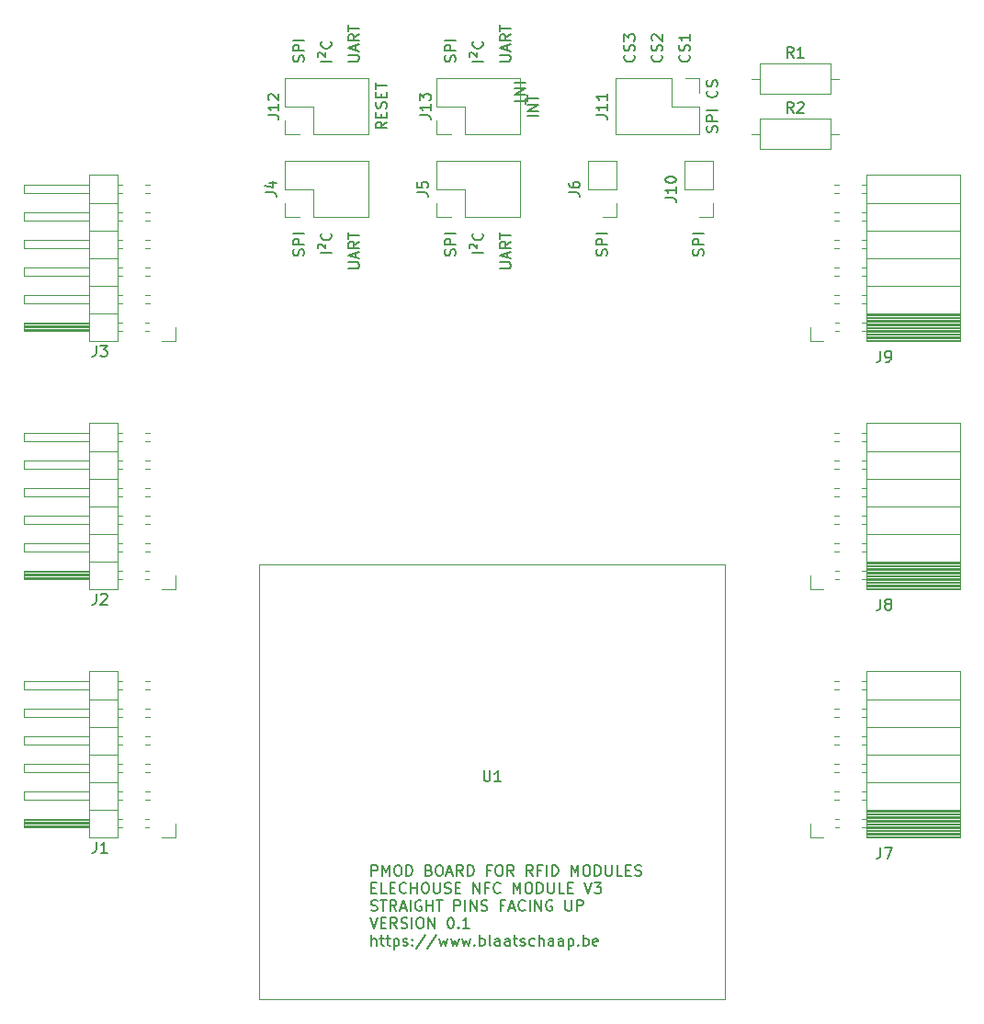
<source format=gbr>
%TF.GenerationSoftware,KiCad,Pcbnew,(6.0.1)*%
%TF.CreationDate,2022-02-02T16:30:55+01:00*%
%TF.ProjectId,modules_board,6d6f6475-6c65-4735-9f62-6f6172642e6b,rev?*%
%TF.SameCoordinates,Original*%
%TF.FileFunction,Legend,Top*%
%TF.FilePolarity,Positive*%
%FSLAX46Y46*%
G04 Gerber Fmt 4.6, Leading zero omitted, Abs format (unit mm)*
G04 Created by KiCad (PCBNEW (6.0.1)) date 2022-02-02 16:30:55*
%MOMM*%
%LPD*%
G01*
G04 APERTURE LIST*
%ADD10C,0.150000*%
%ADD11C,0.120000*%
G04 APERTURE END LIST*
D10*
X79192380Y-49194404D02*
X78192380Y-49194404D01*
X77954285Y-48765833D02*
X77906666Y-48670595D01*
X77906666Y-48527738D01*
X77954285Y-48432500D01*
X78049523Y-48384880D01*
X78144761Y-48384880D01*
X78240000Y-48432500D01*
X78573333Y-48765833D01*
X78573333Y-48384880D01*
X79097142Y-47384880D02*
X79144761Y-47432500D01*
X79192380Y-47575357D01*
X79192380Y-47670595D01*
X79144761Y-47813452D01*
X79049523Y-47908690D01*
X78954285Y-47956309D01*
X78763809Y-48003928D01*
X78620952Y-48003928D01*
X78430476Y-47956309D01*
X78335238Y-47908690D01*
X78240000Y-47813452D01*
X78192380Y-47670595D01*
X78192380Y-47575357D01*
X78240000Y-47432500D01*
X78287619Y-47384880D01*
X80732380Y-49194404D02*
X81541904Y-49194404D01*
X81637142Y-49146785D01*
X81684761Y-49099166D01*
X81732380Y-49003928D01*
X81732380Y-48813452D01*
X81684761Y-48718214D01*
X81637142Y-48670595D01*
X81541904Y-48622976D01*
X80732380Y-48622976D01*
X81446666Y-48194404D02*
X81446666Y-47718214D01*
X81732380Y-48289642D02*
X80732380Y-47956309D01*
X81732380Y-47622976D01*
X81732380Y-46718214D02*
X81256190Y-47051547D01*
X81732380Y-47289642D02*
X80732380Y-47289642D01*
X80732380Y-46908690D01*
X80780000Y-46813452D01*
X80827619Y-46765833D01*
X80922857Y-46718214D01*
X81065714Y-46718214D01*
X81160952Y-46765833D01*
X81208571Y-46813452D01*
X81256190Y-46908690D01*
X81256190Y-47289642D01*
X80732380Y-46432500D02*
X80732380Y-45861071D01*
X81732380Y-46146785D02*
X80732380Y-46146785D01*
X113434761Y-67105595D02*
X113482380Y-66962738D01*
X113482380Y-66724642D01*
X113434761Y-66629404D01*
X113387142Y-66581785D01*
X113291904Y-66534166D01*
X113196666Y-66534166D01*
X113101428Y-66581785D01*
X113053809Y-66629404D01*
X113006190Y-66724642D01*
X112958571Y-66915119D01*
X112910952Y-67010357D01*
X112863333Y-67057976D01*
X112768095Y-67105595D01*
X112672857Y-67105595D01*
X112577619Y-67057976D01*
X112530000Y-67010357D01*
X112482380Y-66915119D01*
X112482380Y-66677023D01*
X112530000Y-66534166D01*
X113482380Y-66105595D02*
X112482380Y-66105595D01*
X112482380Y-65724642D01*
X112530000Y-65629404D01*
X112577619Y-65581785D01*
X112672857Y-65534166D01*
X112815714Y-65534166D01*
X112910952Y-65581785D01*
X112958571Y-65629404D01*
X113006190Y-65724642D01*
X113006190Y-66105595D01*
X113482380Y-65105595D02*
X112482380Y-65105595D01*
X80732380Y-68296071D02*
X81541904Y-68296071D01*
X81637142Y-68248452D01*
X81684761Y-68200833D01*
X81732380Y-68105595D01*
X81732380Y-67915119D01*
X81684761Y-67819880D01*
X81637142Y-67772261D01*
X81541904Y-67724642D01*
X80732380Y-67724642D01*
X81446666Y-67296071D02*
X81446666Y-66819880D01*
X81732380Y-67391309D02*
X80732380Y-67057976D01*
X81732380Y-66724642D01*
X81732380Y-65819880D02*
X81256190Y-66153214D01*
X81732380Y-66391309D02*
X80732380Y-66391309D01*
X80732380Y-66010357D01*
X80780000Y-65915119D01*
X80827619Y-65867500D01*
X80922857Y-65819880D01*
X81065714Y-65819880D01*
X81160952Y-65867500D01*
X81208571Y-65915119D01*
X81256190Y-66010357D01*
X81256190Y-66391309D01*
X80732380Y-65534166D02*
X80732380Y-64962738D01*
X81732380Y-65248452D02*
X80732380Y-65248452D01*
X90574761Y-67105595D02*
X90622380Y-66962738D01*
X90622380Y-66724642D01*
X90574761Y-66629404D01*
X90527142Y-66581785D01*
X90431904Y-66534166D01*
X90336666Y-66534166D01*
X90241428Y-66581785D01*
X90193809Y-66629404D01*
X90146190Y-66724642D01*
X90098571Y-66915119D01*
X90050952Y-67010357D01*
X90003333Y-67057976D01*
X89908095Y-67105595D01*
X89812857Y-67105595D01*
X89717619Y-67057976D01*
X89670000Y-67010357D01*
X89622380Y-66915119D01*
X89622380Y-66677023D01*
X89670000Y-66534166D01*
X90622380Y-66105595D02*
X89622380Y-66105595D01*
X89622380Y-65724642D01*
X89670000Y-65629404D01*
X89717619Y-65581785D01*
X89812857Y-65534166D01*
X89955714Y-65534166D01*
X90050952Y-65581785D01*
X90098571Y-65629404D01*
X90146190Y-65724642D01*
X90146190Y-66105595D01*
X90622380Y-65105595D02*
X89622380Y-65105595D01*
X84272380Y-54792380D02*
X83796190Y-55125714D01*
X84272380Y-55363809D02*
X83272380Y-55363809D01*
X83272380Y-54982857D01*
X83320000Y-54887619D01*
X83367619Y-54840000D01*
X83462857Y-54792380D01*
X83605714Y-54792380D01*
X83700952Y-54840000D01*
X83748571Y-54887619D01*
X83796190Y-54982857D01*
X83796190Y-55363809D01*
X83748571Y-54363809D02*
X83748571Y-54030476D01*
X84272380Y-53887619D02*
X84272380Y-54363809D01*
X83272380Y-54363809D01*
X83272380Y-53887619D01*
X84224761Y-53506666D02*
X84272380Y-53363809D01*
X84272380Y-53125714D01*
X84224761Y-53030476D01*
X84177142Y-52982857D01*
X84081904Y-52935238D01*
X83986666Y-52935238D01*
X83891428Y-52982857D01*
X83843809Y-53030476D01*
X83796190Y-53125714D01*
X83748571Y-53316190D01*
X83700952Y-53411428D01*
X83653333Y-53459047D01*
X83558095Y-53506666D01*
X83462857Y-53506666D01*
X83367619Y-53459047D01*
X83320000Y-53411428D01*
X83272380Y-53316190D01*
X83272380Y-53078095D01*
X83320000Y-52935238D01*
X83748571Y-52506666D02*
X83748571Y-52173333D01*
X84272380Y-52030476D02*
X84272380Y-52506666D01*
X83272380Y-52506666D01*
X83272380Y-52030476D01*
X83272380Y-51744761D02*
X83272380Y-51173333D01*
X84272380Y-51459047D02*
X83272380Y-51459047D01*
X114704761Y-55720952D02*
X114752380Y-55578095D01*
X114752380Y-55340000D01*
X114704761Y-55244761D01*
X114657142Y-55197142D01*
X114561904Y-55149523D01*
X114466666Y-55149523D01*
X114371428Y-55197142D01*
X114323809Y-55244761D01*
X114276190Y-55340000D01*
X114228571Y-55530476D01*
X114180952Y-55625714D01*
X114133333Y-55673333D01*
X114038095Y-55720952D01*
X113942857Y-55720952D01*
X113847619Y-55673333D01*
X113800000Y-55625714D01*
X113752380Y-55530476D01*
X113752380Y-55292380D01*
X113800000Y-55149523D01*
X114752380Y-54720952D02*
X113752380Y-54720952D01*
X113752380Y-54340000D01*
X113800000Y-54244761D01*
X113847619Y-54197142D01*
X113942857Y-54149523D01*
X114085714Y-54149523D01*
X114180952Y-54197142D01*
X114228571Y-54244761D01*
X114276190Y-54340000D01*
X114276190Y-54720952D01*
X114752380Y-53720952D02*
X113752380Y-53720952D01*
X114657142Y-51911428D02*
X114704761Y-51959047D01*
X114752380Y-52101904D01*
X114752380Y-52197142D01*
X114704761Y-52340000D01*
X114609523Y-52435238D01*
X114514285Y-52482857D01*
X114323809Y-52530476D01*
X114180952Y-52530476D01*
X113990476Y-52482857D01*
X113895238Y-52435238D01*
X113800000Y-52340000D01*
X113752380Y-52197142D01*
X113752380Y-52101904D01*
X113800000Y-51959047D01*
X113847619Y-51911428D01*
X114704761Y-51530476D02*
X114752380Y-51387619D01*
X114752380Y-51149523D01*
X114704761Y-51054285D01*
X114657142Y-51006666D01*
X114561904Y-50959047D01*
X114466666Y-50959047D01*
X114371428Y-51006666D01*
X114323809Y-51054285D01*
X114276190Y-51149523D01*
X114228571Y-51340000D01*
X114180952Y-51435238D01*
X114133333Y-51482857D01*
X114038095Y-51530476D01*
X113942857Y-51530476D01*
X113847619Y-51482857D01*
X113800000Y-51435238D01*
X113752380Y-51340000D01*
X113752380Y-51101904D01*
X113800000Y-50959047D01*
X79192380Y-66867500D02*
X78192380Y-66867500D01*
X77954285Y-66438928D02*
X77906666Y-66343690D01*
X77906666Y-66200833D01*
X77954285Y-66105595D01*
X78049523Y-66057976D01*
X78144761Y-66057976D01*
X78240000Y-66105595D01*
X78573333Y-66438928D01*
X78573333Y-66057976D01*
X79097142Y-65057976D02*
X79144761Y-65105595D01*
X79192380Y-65248452D01*
X79192380Y-65343690D01*
X79144761Y-65486547D01*
X79049523Y-65581785D01*
X78954285Y-65629404D01*
X78763809Y-65677023D01*
X78620952Y-65677023D01*
X78430476Y-65629404D01*
X78335238Y-65581785D01*
X78240000Y-65486547D01*
X78192380Y-65343690D01*
X78192380Y-65248452D01*
X78240000Y-65105595D01*
X78287619Y-65057976D01*
X93162380Y-66867500D02*
X92162380Y-66867500D01*
X91924285Y-66438928D02*
X91876666Y-66343690D01*
X91876666Y-66200833D01*
X91924285Y-66105595D01*
X92019523Y-66057976D01*
X92114761Y-66057976D01*
X92210000Y-66105595D01*
X92543333Y-66438928D01*
X92543333Y-66057976D01*
X93067142Y-65057976D02*
X93114761Y-65105595D01*
X93162380Y-65248452D01*
X93162380Y-65343690D01*
X93114761Y-65486547D01*
X93019523Y-65581785D01*
X92924285Y-65629404D01*
X92733809Y-65677023D01*
X92590952Y-65677023D01*
X92400476Y-65629404D01*
X92305238Y-65581785D01*
X92210000Y-65486547D01*
X92162380Y-65343690D01*
X92162380Y-65248452D01*
X92210000Y-65105595D01*
X92257619Y-65057976D01*
X94702380Y-49194404D02*
X95511904Y-49194404D01*
X95607142Y-49146785D01*
X95654761Y-49099166D01*
X95702380Y-49003928D01*
X95702380Y-48813452D01*
X95654761Y-48718214D01*
X95607142Y-48670595D01*
X95511904Y-48622976D01*
X94702380Y-48622976D01*
X95416666Y-48194404D02*
X95416666Y-47718214D01*
X95702380Y-48289642D02*
X94702380Y-47956309D01*
X95702380Y-47622976D01*
X95702380Y-46718214D02*
X95226190Y-47051547D01*
X95702380Y-47289642D02*
X94702380Y-47289642D01*
X94702380Y-46908690D01*
X94750000Y-46813452D01*
X94797619Y-46765833D01*
X94892857Y-46718214D01*
X95035714Y-46718214D01*
X95130952Y-46765833D01*
X95178571Y-46813452D01*
X95226190Y-46908690D01*
X95226190Y-47289642D01*
X94702380Y-46432500D02*
X94702380Y-45861071D01*
X95702380Y-46146785D02*
X94702380Y-46146785D01*
X90574761Y-49242023D02*
X90622380Y-49099166D01*
X90622380Y-48861071D01*
X90574761Y-48765833D01*
X90527142Y-48718214D01*
X90431904Y-48670595D01*
X90336666Y-48670595D01*
X90241428Y-48718214D01*
X90193809Y-48765833D01*
X90146190Y-48861071D01*
X90098571Y-49051547D01*
X90050952Y-49146785D01*
X90003333Y-49194404D01*
X89908095Y-49242023D01*
X89812857Y-49242023D01*
X89717619Y-49194404D01*
X89670000Y-49146785D01*
X89622380Y-49051547D01*
X89622380Y-48813452D01*
X89670000Y-48670595D01*
X90622380Y-48242023D02*
X89622380Y-48242023D01*
X89622380Y-47861071D01*
X89670000Y-47765833D01*
X89717619Y-47718214D01*
X89812857Y-47670595D01*
X89955714Y-47670595D01*
X90050952Y-47718214D01*
X90098571Y-47765833D01*
X90146190Y-47861071D01*
X90146190Y-48242023D01*
X90622380Y-47242023D02*
X89622380Y-47242023D01*
X82885595Y-124232380D02*
X82885595Y-123232380D01*
X83266547Y-123232380D01*
X83361785Y-123280000D01*
X83409404Y-123327619D01*
X83457023Y-123422857D01*
X83457023Y-123565714D01*
X83409404Y-123660952D01*
X83361785Y-123708571D01*
X83266547Y-123756190D01*
X82885595Y-123756190D01*
X83885595Y-124232380D02*
X83885595Y-123232380D01*
X84218928Y-123946666D01*
X84552261Y-123232380D01*
X84552261Y-124232380D01*
X85218928Y-123232380D02*
X85409404Y-123232380D01*
X85504642Y-123280000D01*
X85599880Y-123375238D01*
X85647500Y-123565714D01*
X85647500Y-123899047D01*
X85599880Y-124089523D01*
X85504642Y-124184761D01*
X85409404Y-124232380D01*
X85218928Y-124232380D01*
X85123690Y-124184761D01*
X85028452Y-124089523D01*
X84980833Y-123899047D01*
X84980833Y-123565714D01*
X85028452Y-123375238D01*
X85123690Y-123280000D01*
X85218928Y-123232380D01*
X86076071Y-124232380D02*
X86076071Y-123232380D01*
X86314166Y-123232380D01*
X86457023Y-123280000D01*
X86552261Y-123375238D01*
X86599880Y-123470476D01*
X86647500Y-123660952D01*
X86647500Y-123803809D01*
X86599880Y-123994285D01*
X86552261Y-124089523D01*
X86457023Y-124184761D01*
X86314166Y-124232380D01*
X86076071Y-124232380D01*
X88171309Y-123708571D02*
X88314166Y-123756190D01*
X88361785Y-123803809D01*
X88409404Y-123899047D01*
X88409404Y-124041904D01*
X88361785Y-124137142D01*
X88314166Y-124184761D01*
X88218928Y-124232380D01*
X87837976Y-124232380D01*
X87837976Y-123232380D01*
X88171309Y-123232380D01*
X88266547Y-123280000D01*
X88314166Y-123327619D01*
X88361785Y-123422857D01*
X88361785Y-123518095D01*
X88314166Y-123613333D01*
X88266547Y-123660952D01*
X88171309Y-123708571D01*
X87837976Y-123708571D01*
X89028452Y-123232380D02*
X89218928Y-123232380D01*
X89314166Y-123280000D01*
X89409404Y-123375238D01*
X89457023Y-123565714D01*
X89457023Y-123899047D01*
X89409404Y-124089523D01*
X89314166Y-124184761D01*
X89218928Y-124232380D01*
X89028452Y-124232380D01*
X88933214Y-124184761D01*
X88837976Y-124089523D01*
X88790357Y-123899047D01*
X88790357Y-123565714D01*
X88837976Y-123375238D01*
X88933214Y-123280000D01*
X89028452Y-123232380D01*
X89837976Y-123946666D02*
X90314166Y-123946666D01*
X89742738Y-124232380D02*
X90076071Y-123232380D01*
X90409404Y-124232380D01*
X91314166Y-124232380D02*
X90980833Y-123756190D01*
X90742738Y-124232380D02*
X90742738Y-123232380D01*
X91123690Y-123232380D01*
X91218928Y-123280000D01*
X91266547Y-123327619D01*
X91314166Y-123422857D01*
X91314166Y-123565714D01*
X91266547Y-123660952D01*
X91218928Y-123708571D01*
X91123690Y-123756190D01*
X90742738Y-123756190D01*
X91742738Y-124232380D02*
X91742738Y-123232380D01*
X91980833Y-123232380D01*
X92123690Y-123280000D01*
X92218928Y-123375238D01*
X92266547Y-123470476D01*
X92314166Y-123660952D01*
X92314166Y-123803809D01*
X92266547Y-123994285D01*
X92218928Y-124089523D01*
X92123690Y-124184761D01*
X91980833Y-124232380D01*
X91742738Y-124232380D01*
X93837976Y-123708571D02*
X93504642Y-123708571D01*
X93504642Y-124232380D02*
X93504642Y-123232380D01*
X93980833Y-123232380D01*
X94552261Y-123232380D02*
X94742738Y-123232380D01*
X94837976Y-123280000D01*
X94933214Y-123375238D01*
X94980833Y-123565714D01*
X94980833Y-123899047D01*
X94933214Y-124089523D01*
X94837976Y-124184761D01*
X94742738Y-124232380D01*
X94552261Y-124232380D01*
X94457023Y-124184761D01*
X94361785Y-124089523D01*
X94314166Y-123899047D01*
X94314166Y-123565714D01*
X94361785Y-123375238D01*
X94457023Y-123280000D01*
X94552261Y-123232380D01*
X95980833Y-124232380D02*
X95647500Y-123756190D01*
X95409404Y-124232380D02*
X95409404Y-123232380D01*
X95790357Y-123232380D01*
X95885595Y-123280000D01*
X95933214Y-123327619D01*
X95980833Y-123422857D01*
X95980833Y-123565714D01*
X95933214Y-123660952D01*
X95885595Y-123708571D01*
X95790357Y-123756190D01*
X95409404Y-123756190D01*
X97742738Y-124232380D02*
X97409404Y-123756190D01*
X97171309Y-124232380D02*
X97171309Y-123232380D01*
X97552261Y-123232380D01*
X97647500Y-123280000D01*
X97695119Y-123327619D01*
X97742738Y-123422857D01*
X97742738Y-123565714D01*
X97695119Y-123660952D01*
X97647500Y-123708571D01*
X97552261Y-123756190D01*
X97171309Y-123756190D01*
X98504642Y-123708571D02*
X98171309Y-123708571D01*
X98171309Y-124232380D02*
X98171309Y-123232380D01*
X98647500Y-123232380D01*
X99028452Y-124232380D02*
X99028452Y-123232380D01*
X99504642Y-124232380D02*
X99504642Y-123232380D01*
X99742738Y-123232380D01*
X99885595Y-123280000D01*
X99980833Y-123375238D01*
X100028452Y-123470476D01*
X100076071Y-123660952D01*
X100076071Y-123803809D01*
X100028452Y-123994285D01*
X99980833Y-124089523D01*
X99885595Y-124184761D01*
X99742738Y-124232380D01*
X99504642Y-124232380D01*
X101266547Y-124232380D02*
X101266547Y-123232380D01*
X101599880Y-123946666D01*
X101933214Y-123232380D01*
X101933214Y-124232380D01*
X102599880Y-123232380D02*
X102790357Y-123232380D01*
X102885595Y-123280000D01*
X102980833Y-123375238D01*
X103028452Y-123565714D01*
X103028452Y-123899047D01*
X102980833Y-124089523D01*
X102885595Y-124184761D01*
X102790357Y-124232380D01*
X102599880Y-124232380D01*
X102504642Y-124184761D01*
X102409404Y-124089523D01*
X102361785Y-123899047D01*
X102361785Y-123565714D01*
X102409404Y-123375238D01*
X102504642Y-123280000D01*
X102599880Y-123232380D01*
X103457023Y-124232380D02*
X103457023Y-123232380D01*
X103695119Y-123232380D01*
X103837976Y-123280000D01*
X103933214Y-123375238D01*
X103980833Y-123470476D01*
X104028452Y-123660952D01*
X104028452Y-123803809D01*
X103980833Y-123994285D01*
X103933214Y-124089523D01*
X103837976Y-124184761D01*
X103695119Y-124232380D01*
X103457023Y-124232380D01*
X104457023Y-123232380D02*
X104457023Y-124041904D01*
X104504642Y-124137142D01*
X104552261Y-124184761D01*
X104647500Y-124232380D01*
X104837976Y-124232380D01*
X104933214Y-124184761D01*
X104980833Y-124137142D01*
X105028452Y-124041904D01*
X105028452Y-123232380D01*
X105980833Y-124232380D02*
X105504642Y-124232380D01*
X105504642Y-123232380D01*
X106314166Y-123708571D02*
X106647500Y-123708571D01*
X106790357Y-124232380D02*
X106314166Y-124232380D01*
X106314166Y-123232380D01*
X106790357Y-123232380D01*
X107171309Y-124184761D02*
X107314166Y-124232380D01*
X107552261Y-124232380D01*
X107647500Y-124184761D01*
X107695119Y-124137142D01*
X107742738Y-124041904D01*
X107742738Y-123946666D01*
X107695119Y-123851428D01*
X107647500Y-123803809D01*
X107552261Y-123756190D01*
X107361785Y-123708571D01*
X107266547Y-123660952D01*
X107218928Y-123613333D01*
X107171309Y-123518095D01*
X107171309Y-123422857D01*
X107218928Y-123327619D01*
X107266547Y-123280000D01*
X107361785Y-123232380D01*
X107599880Y-123232380D01*
X107742738Y-123280000D01*
X82885595Y-125318571D02*
X83218928Y-125318571D01*
X83361785Y-125842380D02*
X82885595Y-125842380D01*
X82885595Y-124842380D01*
X83361785Y-124842380D01*
X84266547Y-125842380D02*
X83790357Y-125842380D01*
X83790357Y-124842380D01*
X84599880Y-125318571D02*
X84933214Y-125318571D01*
X85076071Y-125842380D02*
X84599880Y-125842380D01*
X84599880Y-124842380D01*
X85076071Y-124842380D01*
X86076071Y-125747142D02*
X86028452Y-125794761D01*
X85885595Y-125842380D01*
X85790357Y-125842380D01*
X85647500Y-125794761D01*
X85552261Y-125699523D01*
X85504642Y-125604285D01*
X85457023Y-125413809D01*
X85457023Y-125270952D01*
X85504642Y-125080476D01*
X85552261Y-124985238D01*
X85647500Y-124890000D01*
X85790357Y-124842380D01*
X85885595Y-124842380D01*
X86028452Y-124890000D01*
X86076071Y-124937619D01*
X86504642Y-125842380D02*
X86504642Y-124842380D01*
X86504642Y-125318571D02*
X87076071Y-125318571D01*
X87076071Y-125842380D02*
X87076071Y-124842380D01*
X87742738Y-124842380D02*
X87933214Y-124842380D01*
X88028452Y-124890000D01*
X88123690Y-124985238D01*
X88171309Y-125175714D01*
X88171309Y-125509047D01*
X88123690Y-125699523D01*
X88028452Y-125794761D01*
X87933214Y-125842380D01*
X87742738Y-125842380D01*
X87647500Y-125794761D01*
X87552261Y-125699523D01*
X87504642Y-125509047D01*
X87504642Y-125175714D01*
X87552261Y-124985238D01*
X87647500Y-124890000D01*
X87742738Y-124842380D01*
X88599880Y-124842380D02*
X88599880Y-125651904D01*
X88647500Y-125747142D01*
X88695119Y-125794761D01*
X88790357Y-125842380D01*
X88980833Y-125842380D01*
X89076071Y-125794761D01*
X89123690Y-125747142D01*
X89171309Y-125651904D01*
X89171309Y-124842380D01*
X89599880Y-125794761D02*
X89742738Y-125842380D01*
X89980833Y-125842380D01*
X90076071Y-125794761D01*
X90123690Y-125747142D01*
X90171309Y-125651904D01*
X90171309Y-125556666D01*
X90123690Y-125461428D01*
X90076071Y-125413809D01*
X89980833Y-125366190D01*
X89790357Y-125318571D01*
X89695119Y-125270952D01*
X89647500Y-125223333D01*
X89599880Y-125128095D01*
X89599880Y-125032857D01*
X89647500Y-124937619D01*
X89695119Y-124890000D01*
X89790357Y-124842380D01*
X90028452Y-124842380D01*
X90171309Y-124890000D01*
X90599880Y-125318571D02*
X90933214Y-125318571D01*
X91076071Y-125842380D02*
X90599880Y-125842380D01*
X90599880Y-124842380D01*
X91076071Y-124842380D01*
X92266547Y-125842380D02*
X92266547Y-124842380D01*
X92837976Y-125842380D01*
X92837976Y-124842380D01*
X93647500Y-125318571D02*
X93314166Y-125318571D01*
X93314166Y-125842380D02*
X93314166Y-124842380D01*
X93790357Y-124842380D01*
X94742738Y-125747142D02*
X94695119Y-125794761D01*
X94552261Y-125842380D01*
X94457023Y-125842380D01*
X94314166Y-125794761D01*
X94218928Y-125699523D01*
X94171309Y-125604285D01*
X94123690Y-125413809D01*
X94123690Y-125270952D01*
X94171309Y-125080476D01*
X94218928Y-124985238D01*
X94314166Y-124890000D01*
X94457023Y-124842380D01*
X94552261Y-124842380D01*
X94695119Y-124890000D01*
X94742738Y-124937619D01*
X95933214Y-125842380D02*
X95933214Y-124842380D01*
X96266547Y-125556666D01*
X96599880Y-124842380D01*
X96599880Y-125842380D01*
X97266547Y-124842380D02*
X97457023Y-124842380D01*
X97552261Y-124890000D01*
X97647500Y-124985238D01*
X97695119Y-125175714D01*
X97695119Y-125509047D01*
X97647500Y-125699523D01*
X97552261Y-125794761D01*
X97457023Y-125842380D01*
X97266547Y-125842380D01*
X97171309Y-125794761D01*
X97076071Y-125699523D01*
X97028452Y-125509047D01*
X97028452Y-125175714D01*
X97076071Y-124985238D01*
X97171309Y-124890000D01*
X97266547Y-124842380D01*
X98123690Y-125842380D02*
X98123690Y-124842380D01*
X98361785Y-124842380D01*
X98504642Y-124890000D01*
X98599880Y-124985238D01*
X98647500Y-125080476D01*
X98695119Y-125270952D01*
X98695119Y-125413809D01*
X98647500Y-125604285D01*
X98599880Y-125699523D01*
X98504642Y-125794761D01*
X98361785Y-125842380D01*
X98123690Y-125842380D01*
X99123690Y-124842380D02*
X99123690Y-125651904D01*
X99171309Y-125747142D01*
X99218928Y-125794761D01*
X99314166Y-125842380D01*
X99504642Y-125842380D01*
X99599880Y-125794761D01*
X99647500Y-125747142D01*
X99695119Y-125651904D01*
X99695119Y-124842380D01*
X100647500Y-125842380D02*
X100171309Y-125842380D01*
X100171309Y-124842380D01*
X100980833Y-125318571D02*
X101314166Y-125318571D01*
X101457023Y-125842380D02*
X100980833Y-125842380D01*
X100980833Y-124842380D01*
X101457023Y-124842380D01*
X102504642Y-124842380D02*
X102837976Y-125842380D01*
X103171309Y-124842380D01*
X103409404Y-124842380D02*
X104028452Y-124842380D01*
X103695119Y-125223333D01*
X103837976Y-125223333D01*
X103933214Y-125270952D01*
X103980833Y-125318571D01*
X104028452Y-125413809D01*
X104028452Y-125651904D01*
X103980833Y-125747142D01*
X103933214Y-125794761D01*
X103837976Y-125842380D01*
X103552261Y-125842380D01*
X103457023Y-125794761D01*
X103409404Y-125747142D01*
X82837976Y-127404761D02*
X82980833Y-127452380D01*
X83218928Y-127452380D01*
X83314166Y-127404761D01*
X83361785Y-127357142D01*
X83409404Y-127261904D01*
X83409404Y-127166666D01*
X83361785Y-127071428D01*
X83314166Y-127023809D01*
X83218928Y-126976190D01*
X83028452Y-126928571D01*
X82933214Y-126880952D01*
X82885595Y-126833333D01*
X82837976Y-126738095D01*
X82837976Y-126642857D01*
X82885595Y-126547619D01*
X82933214Y-126500000D01*
X83028452Y-126452380D01*
X83266547Y-126452380D01*
X83409404Y-126500000D01*
X83695119Y-126452380D02*
X84266547Y-126452380D01*
X83980833Y-127452380D02*
X83980833Y-126452380D01*
X85171309Y-127452380D02*
X84837976Y-126976190D01*
X84599880Y-127452380D02*
X84599880Y-126452380D01*
X84980833Y-126452380D01*
X85076071Y-126500000D01*
X85123690Y-126547619D01*
X85171309Y-126642857D01*
X85171309Y-126785714D01*
X85123690Y-126880952D01*
X85076071Y-126928571D01*
X84980833Y-126976190D01*
X84599880Y-126976190D01*
X85552261Y-127166666D02*
X86028452Y-127166666D01*
X85457023Y-127452380D02*
X85790357Y-126452380D01*
X86123690Y-127452380D01*
X86457023Y-127452380D02*
X86457023Y-126452380D01*
X87457023Y-126500000D02*
X87361785Y-126452380D01*
X87218928Y-126452380D01*
X87076071Y-126500000D01*
X86980833Y-126595238D01*
X86933214Y-126690476D01*
X86885595Y-126880952D01*
X86885595Y-127023809D01*
X86933214Y-127214285D01*
X86980833Y-127309523D01*
X87076071Y-127404761D01*
X87218928Y-127452380D01*
X87314166Y-127452380D01*
X87457023Y-127404761D01*
X87504642Y-127357142D01*
X87504642Y-127023809D01*
X87314166Y-127023809D01*
X87933214Y-127452380D02*
X87933214Y-126452380D01*
X87933214Y-126928571D02*
X88504642Y-126928571D01*
X88504642Y-127452380D02*
X88504642Y-126452380D01*
X88837976Y-126452380D02*
X89409404Y-126452380D01*
X89123690Y-127452380D02*
X89123690Y-126452380D01*
X90504642Y-127452380D02*
X90504642Y-126452380D01*
X90885595Y-126452380D01*
X90980833Y-126500000D01*
X91028452Y-126547619D01*
X91076071Y-126642857D01*
X91076071Y-126785714D01*
X91028452Y-126880952D01*
X90980833Y-126928571D01*
X90885595Y-126976190D01*
X90504642Y-126976190D01*
X91504642Y-127452380D02*
X91504642Y-126452380D01*
X91980833Y-127452380D02*
X91980833Y-126452380D01*
X92552261Y-127452380D01*
X92552261Y-126452380D01*
X92980833Y-127404761D02*
X93123690Y-127452380D01*
X93361785Y-127452380D01*
X93457023Y-127404761D01*
X93504642Y-127357142D01*
X93552261Y-127261904D01*
X93552261Y-127166666D01*
X93504642Y-127071428D01*
X93457023Y-127023809D01*
X93361785Y-126976190D01*
X93171309Y-126928571D01*
X93076071Y-126880952D01*
X93028452Y-126833333D01*
X92980833Y-126738095D01*
X92980833Y-126642857D01*
X93028452Y-126547619D01*
X93076071Y-126500000D01*
X93171309Y-126452380D01*
X93409404Y-126452380D01*
X93552261Y-126500000D01*
X95076071Y-126928571D02*
X94742738Y-126928571D01*
X94742738Y-127452380D02*
X94742738Y-126452380D01*
X95218928Y-126452380D01*
X95552261Y-127166666D02*
X96028452Y-127166666D01*
X95457023Y-127452380D02*
X95790357Y-126452380D01*
X96123690Y-127452380D01*
X97028452Y-127357142D02*
X96980833Y-127404761D01*
X96837976Y-127452380D01*
X96742738Y-127452380D01*
X96599880Y-127404761D01*
X96504642Y-127309523D01*
X96457023Y-127214285D01*
X96409404Y-127023809D01*
X96409404Y-126880952D01*
X96457023Y-126690476D01*
X96504642Y-126595238D01*
X96599880Y-126500000D01*
X96742738Y-126452380D01*
X96837976Y-126452380D01*
X96980833Y-126500000D01*
X97028452Y-126547619D01*
X97457023Y-127452380D02*
X97457023Y-126452380D01*
X97933214Y-127452380D02*
X97933214Y-126452380D01*
X98504642Y-127452380D01*
X98504642Y-126452380D01*
X99504642Y-126500000D02*
X99409404Y-126452380D01*
X99266547Y-126452380D01*
X99123690Y-126500000D01*
X99028452Y-126595238D01*
X98980833Y-126690476D01*
X98933214Y-126880952D01*
X98933214Y-127023809D01*
X98980833Y-127214285D01*
X99028452Y-127309523D01*
X99123690Y-127404761D01*
X99266547Y-127452380D01*
X99361785Y-127452380D01*
X99504642Y-127404761D01*
X99552261Y-127357142D01*
X99552261Y-127023809D01*
X99361785Y-127023809D01*
X100742738Y-126452380D02*
X100742738Y-127261904D01*
X100790357Y-127357142D01*
X100837976Y-127404761D01*
X100933214Y-127452380D01*
X101123690Y-127452380D01*
X101218928Y-127404761D01*
X101266547Y-127357142D01*
X101314166Y-127261904D01*
X101314166Y-126452380D01*
X101790357Y-127452380D02*
X101790357Y-126452380D01*
X102171309Y-126452380D01*
X102266547Y-126500000D01*
X102314166Y-126547619D01*
X102361785Y-126642857D01*
X102361785Y-126785714D01*
X102314166Y-126880952D01*
X102266547Y-126928571D01*
X102171309Y-126976190D01*
X101790357Y-126976190D01*
X82742738Y-128062380D02*
X83076071Y-129062380D01*
X83409404Y-128062380D01*
X83742738Y-128538571D02*
X84076071Y-128538571D01*
X84218928Y-129062380D02*
X83742738Y-129062380D01*
X83742738Y-128062380D01*
X84218928Y-128062380D01*
X85218928Y-129062380D02*
X84885595Y-128586190D01*
X84647500Y-129062380D02*
X84647500Y-128062380D01*
X85028452Y-128062380D01*
X85123690Y-128110000D01*
X85171309Y-128157619D01*
X85218928Y-128252857D01*
X85218928Y-128395714D01*
X85171309Y-128490952D01*
X85123690Y-128538571D01*
X85028452Y-128586190D01*
X84647500Y-128586190D01*
X85599880Y-129014761D02*
X85742738Y-129062380D01*
X85980833Y-129062380D01*
X86076071Y-129014761D01*
X86123690Y-128967142D01*
X86171309Y-128871904D01*
X86171309Y-128776666D01*
X86123690Y-128681428D01*
X86076071Y-128633809D01*
X85980833Y-128586190D01*
X85790357Y-128538571D01*
X85695119Y-128490952D01*
X85647500Y-128443333D01*
X85599880Y-128348095D01*
X85599880Y-128252857D01*
X85647500Y-128157619D01*
X85695119Y-128110000D01*
X85790357Y-128062380D01*
X86028452Y-128062380D01*
X86171309Y-128110000D01*
X86599880Y-129062380D02*
X86599880Y-128062380D01*
X87266547Y-128062380D02*
X87457023Y-128062380D01*
X87552261Y-128110000D01*
X87647500Y-128205238D01*
X87695119Y-128395714D01*
X87695119Y-128729047D01*
X87647500Y-128919523D01*
X87552261Y-129014761D01*
X87457023Y-129062380D01*
X87266547Y-129062380D01*
X87171309Y-129014761D01*
X87076071Y-128919523D01*
X87028452Y-128729047D01*
X87028452Y-128395714D01*
X87076071Y-128205238D01*
X87171309Y-128110000D01*
X87266547Y-128062380D01*
X88123690Y-129062380D02*
X88123690Y-128062380D01*
X88695119Y-129062380D01*
X88695119Y-128062380D01*
X90123690Y-128062380D02*
X90218928Y-128062380D01*
X90314166Y-128110000D01*
X90361785Y-128157619D01*
X90409404Y-128252857D01*
X90457023Y-128443333D01*
X90457023Y-128681428D01*
X90409404Y-128871904D01*
X90361785Y-128967142D01*
X90314166Y-129014761D01*
X90218928Y-129062380D01*
X90123690Y-129062380D01*
X90028452Y-129014761D01*
X89980833Y-128967142D01*
X89933214Y-128871904D01*
X89885595Y-128681428D01*
X89885595Y-128443333D01*
X89933214Y-128252857D01*
X89980833Y-128157619D01*
X90028452Y-128110000D01*
X90123690Y-128062380D01*
X90885595Y-128967142D02*
X90933214Y-129014761D01*
X90885595Y-129062380D01*
X90837976Y-129014761D01*
X90885595Y-128967142D01*
X90885595Y-129062380D01*
X91885595Y-129062380D02*
X91314166Y-129062380D01*
X91599880Y-129062380D02*
X91599880Y-128062380D01*
X91504642Y-128205238D01*
X91409404Y-128300476D01*
X91314166Y-128348095D01*
X82885595Y-130672380D02*
X82885595Y-129672380D01*
X83314166Y-130672380D02*
X83314166Y-130148571D01*
X83266547Y-130053333D01*
X83171309Y-130005714D01*
X83028452Y-130005714D01*
X82933214Y-130053333D01*
X82885595Y-130100952D01*
X83647500Y-130005714D02*
X84028452Y-130005714D01*
X83790357Y-129672380D02*
X83790357Y-130529523D01*
X83837976Y-130624761D01*
X83933214Y-130672380D01*
X84028452Y-130672380D01*
X84218928Y-130005714D02*
X84599880Y-130005714D01*
X84361785Y-129672380D02*
X84361785Y-130529523D01*
X84409404Y-130624761D01*
X84504642Y-130672380D01*
X84599880Y-130672380D01*
X84933214Y-130005714D02*
X84933214Y-131005714D01*
X84933214Y-130053333D02*
X85028452Y-130005714D01*
X85218928Y-130005714D01*
X85314166Y-130053333D01*
X85361785Y-130100952D01*
X85409404Y-130196190D01*
X85409404Y-130481904D01*
X85361785Y-130577142D01*
X85314166Y-130624761D01*
X85218928Y-130672380D01*
X85028452Y-130672380D01*
X84933214Y-130624761D01*
X85790357Y-130624761D02*
X85885595Y-130672380D01*
X86076071Y-130672380D01*
X86171309Y-130624761D01*
X86218928Y-130529523D01*
X86218928Y-130481904D01*
X86171309Y-130386666D01*
X86076071Y-130339047D01*
X85933214Y-130339047D01*
X85837976Y-130291428D01*
X85790357Y-130196190D01*
X85790357Y-130148571D01*
X85837976Y-130053333D01*
X85933214Y-130005714D01*
X86076071Y-130005714D01*
X86171309Y-130053333D01*
X86647500Y-130577142D02*
X86695119Y-130624761D01*
X86647500Y-130672380D01*
X86599880Y-130624761D01*
X86647500Y-130577142D01*
X86647500Y-130672380D01*
X86647500Y-130053333D02*
X86695119Y-130100952D01*
X86647500Y-130148571D01*
X86599880Y-130100952D01*
X86647500Y-130053333D01*
X86647500Y-130148571D01*
X87837976Y-129624761D02*
X86980833Y-130910476D01*
X88885595Y-129624761D02*
X88028452Y-130910476D01*
X89123690Y-130005714D02*
X89314166Y-130672380D01*
X89504642Y-130196190D01*
X89695119Y-130672380D01*
X89885595Y-130005714D01*
X90171309Y-130005714D02*
X90361785Y-130672380D01*
X90552261Y-130196190D01*
X90742738Y-130672380D01*
X90933214Y-130005714D01*
X91218928Y-130005714D02*
X91409404Y-130672380D01*
X91599880Y-130196190D01*
X91790357Y-130672380D01*
X91980833Y-130005714D01*
X92361785Y-130577142D02*
X92409404Y-130624761D01*
X92361785Y-130672380D01*
X92314166Y-130624761D01*
X92361785Y-130577142D01*
X92361785Y-130672380D01*
X92837976Y-130672380D02*
X92837976Y-129672380D01*
X92837976Y-130053333D02*
X92933214Y-130005714D01*
X93123690Y-130005714D01*
X93218928Y-130053333D01*
X93266547Y-130100952D01*
X93314166Y-130196190D01*
X93314166Y-130481904D01*
X93266547Y-130577142D01*
X93218928Y-130624761D01*
X93123690Y-130672380D01*
X92933214Y-130672380D01*
X92837976Y-130624761D01*
X93885595Y-130672380D02*
X93790357Y-130624761D01*
X93742738Y-130529523D01*
X93742738Y-129672380D01*
X94695119Y-130672380D02*
X94695119Y-130148571D01*
X94647500Y-130053333D01*
X94552261Y-130005714D01*
X94361785Y-130005714D01*
X94266547Y-130053333D01*
X94695119Y-130624761D02*
X94599880Y-130672380D01*
X94361785Y-130672380D01*
X94266547Y-130624761D01*
X94218928Y-130529523D01*
X94218928Y-130434285D01*
X94266547Y-130339047D01*
X94361785Y-130291428D01*
X94599880Y-130291428D01*
X94695119Y-130243809D01*
X95599880Y-130672380D02*
X95599880Y-130148571D01*
X95552261Y-130053333D01*
X95457023Y-130005714D01*
X95266547Y-130005714D01*
X95171309Y-130053333D01*
X95599880Y-130624761D02*
X95504642Y-130672380D01*
X95266547Y-130672380D01*
X95171309Y-130624761D01*
X95123690Y-130529523D01*
X95123690Y-130434285D01*
X95171309Y-130339047D01*
X95266547Y-130291428D01*
X95504642Y-130291428D01*
X95599880Y-130243809D01*
X95933214Y-130005714D02*
X96314166Y-130005714D01*
X96076071Y-129672380D02*
X96076071Y-130529523D01*
X96123690Y-130624761D01*
X96218928Y-130672380D01*
X96314166Y-130672380D01*
X96599880Y-130624761D02*
X96695119Y-130672380D01*
X96885595Y-130672380D01*
X96980833Y-130624761D01*
X97028452Y-130529523D01*
X97028452Y-130481904D01*
X96980833Y-130386666D01*
X96885595Y-130339047D01*
X96742738Y-130339047D01*
X96647500Y-130291428D01*
X96599880Y-130196190D01*
X96599880Y-130148571D01*
X96647500Y-130053333D01*
X96742738Y-130005714D01*
X96885595Y-130005714D01*
X96980833Y-130053333D01*
X97885595Y-130624761D02*
X97790357Y-130672380D01*
X97599880Y-130672380D01*
X97504642Y-130624761D01*
X97457023Y-130577142D01*
X97409404Y-130481904D01*
X97409404Y-130196190D01*
X97457023Y-130100952D01*
X97504642Y-130053333D01*
X97599880Y-130005714D01*
X97790357Y-130005714D01*
X97885595Y-130053333D01*
X98314166Y-130672380D02*
X98314166Y-129672380D01*
X98742738Y-130672380D02*
X98742738Y-130148571D01*
X98695119Y-130053333D01*
X98599880Y-130005714D01*
X98457023Y-130005714D01*
X98361785Y-130053333D01*
X98314166Y-130100952D01*
X99647500Y-130672380D02*
X99647500Y-130148571D01*
X99599880Y-130053333D01*
X99504642Y-130005714D01*
X99314166Y-130005714D01*
X99218928Y-130053333D01*
X99647500Y-130624761D02*
X99552261Y-130672380D01*
X99314166Y-130672380D01*
X99218928Y-130624761D01*
X99171309Y-130529523D01*
X99171309Y-130434285D01*
X99218928Y-130339047D01*
X99314166Y-130291428D01*
X99552261Y-130291428D01*
X99647500Y-130243809D01*
X100552261Y-130672380D02*
X100552261Y-130148571D01*
X100504642Y-130053333D01*
X100409404Y-130005714D01*
X100218928Y-130005714D01*
X100123690Y-130053333D01*
X100552261Y-130624761D02*
X100457023Y-130672380D01*
X100218928Y-130672380D01*
X100123690Y-130624761D01*
X100076071Y-130529523D01*
X100076071Y-130434285D01*
X100123690Y-130339047D01*
X100218928Y-130291428D01*
X100457023Y-130291428D01*
X100552261Y-130243809D01*
X101028452Y-130005714D02*
X101028452Y-131005714D01*
X101028452Y-130053333D02*
X101123690Y-130005714D01*
X101314166Y-130005714D01*
X101409404Y-130053333D01*
X101457023Y-130100952D01*
X101504642Y-130196190D01*
X101504642Y-130481904D01*
X101457023Y-130577142D01*
X101409404Y-130624761D01*
X101314166Y-130672380D01*
X101123690Y-130672380D01*
X101028452Y-130624761D01*
X101933214Y-130577142D02*
X101980833Y-130624761D01*
X101933214Y-130672380D01*
X101885595Y-130624761D01*
X101933214Y-130577142D01*
X101933214Y-130672380D01*
X102409404Y-130672380D02*
X102409404Y-129672380D01*
X102409404Y-130053333D02*
X102504642Y-130005714D01*
X102695119Y-130005714D01*
X102790357Y-130053333D01*
X102837976Y-130100952D01*
X102885595Y-130196190D01*
X102885595Y-130481904D01*
X102837976Y-130577142D01*
X102790357Y-130624761D01*
X102695119Y-130672380D01*
X102504642Y-130672380D01*
X102409404Y-130624761D01*
X103695119Y-130624761D02*
X103599880Y-130672380D01*
X103409404Y-130672380D01*
X103314166Y-130624761D01*
X103266547Y-130529523D01*
X103266547Y-130148571D01*
X103314166Y-130053333D01*
X103409404Y-130005714D01*
X103599880Y-130005714D01*
X103695119Y-130053333D01*
X103742738Y-130148571D01*
X103742738Y-130243809D01*
X103266547Y-130339047D01*
X76604761Y-67105595D02*
X76652380Y-66962738D01*
X76652380Y-66724642D01*
X76604761Y-66629404D01*
X76557142Y-66581785D01*
X76461904Y-66534166D01*
X76366666Y-66534166D01*
X76271428Y-66581785D01*
X76223809Y-66629404D01*
X76176190Y-66724642D01*
X76128571Y-66915119D01*
X76080952Y-67010357D01*
X76033333Y-67057976D01*
X75938095Y-67105595D01*
X75842857Y-67105595D01*
X75747619Y-67057976D01*
X75700000Y-67010357D01*
X75652380Y-66915119D01*
X75652380Y-66677023D01*
X75700000Y-66534166D01*
X76652380Y-66105595D02*
X75652380Y-66105595D01*
X75652380Y-65724642D01*
X75700000Y-65629404D01*
X75747619Y-65581785D01*
X75842857Y-65534166D01*
X75985714Y-65534166D01*
X76080952Y-65581785D01*
X76128571Y-65629404D01*
X76176190Y-65724642D01*
X76176190Y-66105595D01*
X76652380Y-65105595D02*
X75652380Y-65105595D01*
X109577142Y-48622976D02*
X109624761Y-48670595D01*
X109672380Y-48813452D01*
X109672380Y-48908690D01*
X109624761Y-49051547D01*
X109529523Y-49146785D01*
X109434285Y-49194404D01*
X109243809Y-49242023D01*
X109100952Y-49242023D01*
X108910476Y-49194404D01*
X108815238Y-49146785D01*
X108720000Y-49051547D01*
X108672380Y-48908690D01*
X108672380Y-48813452D01*
X108720000Y-48670595D01*
X108767619Y-48622976D01*
X109624761Y-48242023D02*
X109672380Y-48099166D01*
X109672380Y-47861071D01*
X109624761Y-47765833D01*
X109577142Y-47718214D01*
X109481904Y-47670595D01*
X109386666Y-47670595D01*
X109291428Y-47718214D01*
X109243809Y-47765833D01*
X109196190Y-47861071D01*
X109148571Y-48051547D01*
X109100952Y-48146785D01*
X109053333Y-48194404D01*
X108958095Y-48242023D01*
X108862857Y-48242023D01*
X108767619Y-48194404D01*
X108720000Y-48146785D01*
X108672380Y-48051547D01*
X108672380Y-47813452D01*
X108720000Y-47670595D01*
X108767619Y-47289642D02*
X108720000Y-47242023D01*
X108672380Y-47146785D01*
X108672380Y-46908690D01*
X108720000Y-46813452D01*
X108767619Y-46765833D01*
X108862857Y-46718214D01*
X108958095Y-46718214D01*
X109100952Y-46765833D01*
X109672380Y-47337261D01*
X109672380Y-46718214D01*
X93162380Y-49194404D02*
X92162380Y-49194404D01*
X91924285Y-48765833D02*
X91876666Y-48670595D01*
X91876666Y-48527738D01*
X91924285Y-48432500D01*
X92019523Y-48384880D01*
X92114761Y-48384880D01*
X92210000Y-48432500D01*
X92543333Y-48765833D01*
X92543333Y-48384880D01*
X93067142Y-47384880D02*
X93114761Y-47432500D01*
X93162380Y-47575357D01*
X93162380Y-47670595D01*
X93114761Y-47813452D01*
X93019523Y-47908690D01*
X92924285Y-47956309D01*
X92733809Y-48003928D01*
X92590952Y-48003928D01*
X92400476Y-47956309D01*
X92305238Y-47908690D01*
X92210000Y-47813452D01*
X92162380Y-47670595D01*
X92162380Y-47575357D01*
X92210000Y-47432500D01*
X92257619Y-47384880D01*
X98242380Y-54244761D02*
X97242380Y-54244761D01*
X98242380Y-53768571D02*
X97242380Y-53768571D01*
X98242380Y-53197142D01*
X97242380Y-53197142D01*
X97242380Y-52863809D02*
X97242380Y-52292380D01*
X98242380Y-52578095D02*
X97242380Y-52578095D01*
X76604761Y-49242023D02*
X76652380Y-49099166D01*
X76652380Y-48861071D01*
X76604761Y-48765833D01*
X76557142Y-48718214D01*
X76461904Y-48670595D01*
X76366666Y-48670595D01*
X76271428Y-48718214D01*
X76223809Y-48765833D01*
X76176190Y-48861071D01*
X76128571Y-49051547D01*
X76080952Y-49146785D01*
X76033333Y-49194404D01*
X75938095Y-49242023D01*
X75842857Y-49242023D01*
X75747619Y-49194404D01*
X75700000Y-49146785D01*
X75652380Y-49051547D01*
X75652380Y-48813452D01*
X75700000Y-48670595D01*
X76652380Y-48242023D02*
X75652380Y-48242023D01*
X75652380Y-47861071D01*
X75700000Y-47765833D01*
X75747619Y-47718214D01*
X75842857Y-47670595D01*
X75985714Y-47670595D01*
X76080952Y-47718214D01*
X76128571Y-47765833D01*
X76176190Y-47861071D01*
X76176190Y-48242023D01*
X76652380Y-47242023D02*
X75652380Y-47242023D01*
X104544761Y-67105595D02*
X104592380Y-66962738D01*
X104592380Y-66724642D01*
X104544761Y-66629404D01*
X104497142Y-66581785D01*
X104401904Y-66534166D01*
X104306666Y-66534166D01*
X104211428Y-66581785D01*
X104163809Y-66629404D01*
X104116190Y-66724642D01*
X104068571Y-66915119D01*
X104020952Y-67010357D01*
X103973333Y-67057976D01*
X103878095Y-67105595D01*
X103782857Y-67105595D01*
X103687619Y-67057976D01*
X103640000Y-67010357D01*
X103592380Y-66915119D01*
X103592380Y-66677023D01*
X103640000Y-66534166D01*
X104592380Y-66105595D02*
X103592380Y-66105595D01*
X103592380Y-65724642D01*
X103640000Y-65629404D01*
X103687619Y-65581785D01*
X103782857Y-65534166D01*
X103925714Y-65534166D01*
X104020952Y-65581785D01*
X104068571Y-65629404D01*
X104116190Y-65724642D01*
X104116190Y-66105595D01*
X104592380Y-65105595D02*
X103592380Y-65105595D01*
X107037142Y-48622976D02*
X107084761Y-48670595D01*
X107132380Y-48813452D01*
X107132380Y-48908690D01*
X107084761Y-49051547D01*
X106989523Y-49146785D01*
X106894285Y-49194404D01*
X106703809Y-49242023D01*
X106560952Y-49242023D01*
X106370476Y-49194404D01*
X106275238Y-49146785D01*
X106180000Y-49051547D01*
X106132380Y-48908690D01*
X106132380Y-48813452D01*
X106180000Y-48670595D01*
X106227619Y-48622976D01*
X107084761Y-48242023D02*
X107132380Y-48099166D01*
X107132380Y-47861071D01*
X107084761Y-47765833D01*
X107037142Y-47718214D01*
X106941904Y-47670595D01*
X106846666Y-47670595D01*
X106751428Y-47718214D01*
X106703809Y-47765833D01*
X106656190Y-47861071D01*
X106608571Y-48051547D01*
X106560952Y-48146785D01*
X106513333Y-48194404D01*
X106418095Y-48242023D01*
X106322857Y-48242023D01*
X106227619Y-48194404D01*
X106180000Y-48146785D01*
X106132380Y-48051547D01*
X106132380Y-47813452D01*
X106180000Y-47670595D01*
X106132380Y-47337261D02*
X106132380Y-46718214D01*
X106513333Y-47051547D01*
X106513333Y-46908690D01*
X106560952Y-46813452D01*
X106608571Y-46765833D01*
X106703809Y-46718214D01*
X106941904Y-46718214D01*
X107037142Y-46765833D01*
X107084761Y-46813452D01*
X107132380Y-46908690D01*
X107132380Y-47194404D01*
X107084761Y-47289642D01*
X107037142Y-47337261D01*
X94702380Y-68296071D02*
X95511904Y-68296071D01*
X95607142Y-68248452D01*
X95654761Y-68200833D01*
X95702380Y-68105595D01*
X95702380Y-67915119D01*
X95654761Y-67819880D01*
X95607142Y-67772261D01*
X95511904Y-67724642D01*
X94702380Y-67724642D01*
X95416666Y-67296071D02*
X95416666Y-66819880D01*
X95702380Y-67391309D02*
X94702380Y-67057976D01*
X95702380Y-66724642D01*
X95702380Y-65819880D02*
X95226190Y-66153214D01*
X95702380Y-66391309D02*
X94702380Y-66391309D01*
X94702380Y-66010357D01*
X94750000Y-65915119D01*
X94797619Y-65867500D01*
X94892857Y-65819880D01*
X95035714Y-65819880D01*
X95130952Y-65867500D01*
X95178571Y-65915119D01*
X95226190Y-66010357D01*
X95226190Y-66391309D01*
X94702380Y-65534166D02*
X94702380Y-64962738D01*
X95702380Y-65248452D02*
X94702380Y-65248452D01*
X112117142Y-48622976D02*
X112164761Y-48670595D01*
X112212380Y-48813452D01*
X112212380Y-48908690D01*
X112164761Y-49051547D01*
X112069523Y-49146785D01*
X111974285Y-49194404D01*
X111783809Y-49242023D01*
X111640952Y-49242023D01*
X111450476Y-49194404D01*
X111355238Y-49146785D01*
X111260000Y-49051547D01*
X111212380Y-48908690D01*
X111212380Y-48813452D01*
X111260000Y-48670595D01*
X111307619Y-48622976D01*
X112164761Y-48242023D02*
X112212380Y-48099166D01*
X112212380Y-47861071D01*
X112164761Y-47765833D01*
X112117142Y-47718214D01*
X112021904Y-47670595D01*
X111926666Y-47670595D01*
X111831428Y-47718214D01*
X111783809Y-47765833D01*
X111736190Y-47861071D01*
X111688571Y-48051547D01*
X111640952Y-48146785D01*
X111593333Y-48194404D01*
X111498095Y-48242023D01*
X111402857Y-48242023D01*
X111307619Y-48194404D01*
X111260000Y-48146785D01*
X111212380Y-48051547D01*
X111212380Y-47813452D01*
X111260000Y-47670595D01*
X112212380Y-46718214D02*
X112212380Y-47289642D01*
X112212380Y-47003928D02*
X111212380Y-47003928D01*
X111355238Y-47099166D01*
X111450476Y-47194404D01*
X111498095Y-47289642D01*
X96067619Y-51194880D02*
X97067619Y-51194880D01*
X96067619Y-51671071D02*
X97067619Y-51671071D01*
X96067619Y-52242500D01*
X97067619Y-52242500D01*
X97067619Y-52575833D02*
X97067619Y-53147261D01*
X96067619Y-52861547D02*
X97067619Y-52861547D01*
%TO.C,J1*%
X57511666Y-121102380D02*
X57511666Y-121816666D01*
X57464047Y-121959523D01*
X57368809Y-122054761D01*
X57225952Y-122102380D01*
X57130714Y-122102380D01*
X58511666Y-122102380D02*
X57940238Y-122102380D01*
X58225952Y-122102380D02*
X58225952Y-121102380D01*
X58130714Y-121245238D01*
X58035476Y-121340476D01*
X57940238Y-121388095D01*
%TO.C,J2*%
X57511666Y-98242380D02*
X57511666Y-98956666D01*
X57464047Y-99099523D01*
X57368809Y-99194761D01*
X57225952Y-99242380D01*
X57130714Y-99242380D01*
X57940238Y-98337619D02*
X57987857Y-98290000D01*
X58083095Y-98242380D01*
X58321190Y-98242380D01*
X58416428Y-98290000D01*
X58464047Y-98337619D01*
X58511666Y-98432857D01*
X58511666Y-98528095D01*
X58464047Y-98670952D01*
X57892619Y-99242380D01*
X58511666Y-99242380D01*
%TO.C,J3*%
X57511666Y-75382380D02*
X57511666Y-76096666D01*
X57464047Y-76239523D01*
X57368809Y-76334761D01*
X57225952Y-76382380D01*
X57130714Y-76382380D01*
X57892619Y-75382380D02*
X58511666Y-75382380D01*
X58178333Y-75763333D01*
X58321190Y-75763333D01*
X58416428Y-75810952D01*
X58464047Y-75858571D01*
X58511666Y-75953809D01*
X58511666Y-76191904D01*
X58464047Y-76287142D01*
X58416428Y-76334761D01*
X58321190Y-76382380D01*
X58035476Y-76382380D01*
X57940238Y-76334761D01*
X57892619Y-76287142D01*
%TO.C,J7*%
X129776666Y-121602380D02*
X129776666Y-122316666D01*
X129729047Y-122459523D01*
X129633809Y-122554761D01*
X129490952Y-122602380D01*
X129395714Y-122602380D01*
X130157619Y-121602380D02*
X130824285Y-121602380D01*
X130395714Y-122602380D01*
%TO.C,J8*%
X129776666Y-98742380D02*
X129776666Y-99456666D01*
X129729047Y-99599523D01*
X129633809Y-99694761D01*
X129490952Y-99742380D01*
X129395714Y-99742380D01*
X130395714Y-99170952D02*
X130300476Y-99123333D01*
X130252857Y-99075714D01*
X130205238Y-98980476D01*
X130205238Y-98932857D01*
X130252857Y-98837619D01*
X130300476Y-98790000D01*
X130395714Y-98742380D01*
X130586190Y-98742380D01*
X130681428Y-98790000D01*
X130729047Y-98837619D01*
X130776666Y-98932857D01*
X130776666Y-98980476D01*
X130729047Y-99075714D01*
X130681428Y-99123333D01*
X130586190Y-99170952D01*
X130395714Y-99170952D01*
X130300476Y-99218571D01*
X130252857Y-99266190D01*
X130205238Y-99361428D01*
X130205238Y-99551904D01*
X130252857Y-99647142D01*
X130300476Y-99694761D01*
X130395714Y-99742380D01*
X130586190Y-99742380D01*
X130681428Y-99694761D01*
X130729047Y-99647142D01*
X130776666Y-99551904D01*
X130776666Y-99361428D01*
X130729047Y-99266190D01*
X130681428Y-99218571D01*
X130586190Y-99170952D01*
%TO.C,J9*%
X129776666Y-75882380D02*
X129776666Y-76596666D01*
X129729047Y-76739523D01*
X129633809Y-76834761D01*
X129490952Y-76882380D01*
X129395714Y-76882380D01*
X130300476Y-76882380D02*
X130490952Y-76882380D01*
X130586190Y-76834761D01*
X130633809Y-76787142D01*
X130729047Y-76644285D01*
X130776666Y-76453809D01*
X130776666Y-76072857D01*
X130729047Y-75977619D01*
X130681428Y-75930000D01*
X130586190Y-75882380D01*
X130395714Y-75882380D01*
X130300476Y-75930000D01*
X130252857Y-75977619D01*
X130205238Y-76072857D01*
X130205238Y-76310952D01*
X130252857Y-76406190D01*
X130300476Y-76453809D01*
X130395714Y-76501428D01*
X130586190Y-76501428D01*
X130681428Y-76453809D01*
X130729047Y-76406190D01*
X130776666Y-76310952D01*
%TO.C,R2*%
X121753333Y-53962380D02*
X121420000Y-53486190D01*
X121181904Y-53962380D02*
X121181904Y-52962380D01*
X121562857Y-52962380D01*
X121658095Y-53010000D01*
X121705714Y-53057619D01*
X121753333Y-53152857D01*
X121753333Y-53295714D01*
X121705714Y-53390952D01*
X121658095Y-53438571D01*
X121562857Y-53486190D01*
X121181904Y-53486190D01*
X122134285Y-53057619D02*
X122181904Y-53010000D01*
X122277142Y-52962380D01*
X122515238Y-52962380D01*
X122610476Y-53010000D01*
X122658095Y-53057619D01*
X122705714Y-53152857D01*
X122705714Y-53248095D01*
X122658095Y-53390952D01*
X122086666Y-53962380D01*
X122705714Y-53962380D01*
%TO.C,R1*%
X121753333Y-48882380D02*
X121420000Y-48406190D01*
X121181904Y-48882380D02*
X121181904Y-47882380D01*
X121562857Y-47882380D01*
X121658095Y-47930000D01*
X121705714Y-47977619D01*
X121753333Y-48072857D01*
X121753333Y-48215714D01*
X121705714Y-48310952D01*
X121658095Y-48358571D01*
X121562857Y-48406190D01*
X121181904Y-48406190D01*
X122705714Y-48882380D02*
X122134285Y-48882380D01*
X122420000Y-48882380D02*
X122420000Y-47882380D01*
X122324761Y-48025238D01*
X122229523Y-48120476D01*
X122134285Y-48168095D01*
%TO.C,U1*%
X93218095Y-114522380D02*
X93218095Y-115331904D01*
X93265714Y-115427142D01*
X93313333Y-115474761D01*
X93408571Y-115522380D01*
X93599047Y-115522380D01*
X93694285Y-115474761D01*
X93741904Y-115427142D01*
X93789523Y-115331904D01*
X93789523Y-114522380D01*
X94789523Y-115522380D02*
X94218095Y-115522380D01*
X94503809Y-115522380D02*
X94503809Y-114522380D01*
X94408571Y-114665238D01*
X94313333Y-114760476D01*
X94218095Y-114808095D01*
%TO.C,J5*%
X87082380Y-61293333D02*
X87796666Y-61293333D01*
X87939523Y-61340952D01*
X88034761Y-61436190D01*
X88082380Y-61579047D01*
X88082380Y-61674285D01*
X87082380Y-60340952D02*
X87082380Y-60817142D01*
X87558571Y-60864761D01*
X87510952Y-60817142D01*
X87463333Y-60721904D01*
X87463333Y-60483809D01*
X87510952Y-60388571D01*
X87558571Y-60340952D01*
X87653809Y-60293333D01*
X87891904Y-60293333D01*
X87987142Y-60340952D01*
X88034761Y-60388571D01*
X88082380Y-60483809D01*
X88082380Y-60721904D01*
X88034761Y-60817142D01*
X87987142Y-60864761D01*
%TO.C,J6*%
X101052380Y-61293333D02*
X101766666Y-61293333D01*
X101909523Y-61340952D01*
X102004761Y-61436190D01*
X102052380Y-61579047D01*
X102052380Y-61674285D01*
X101052380Y-60388571D02*
X101052380Y-60579047D01*
X101100000Y-60674285D01*
X101147619Y-60721904D01*
X101290476Y-60817142D01*
X101480952Y-60864761D01*
X101861904Y-60864761D01*
X101957142Y-60817142D01*
X102004761Y-60769523D01*
X102052380Y-60674285D01*
X102052380Y-60483809D01*
X102004761Y-60388571D01*
X101957142Y-60340952D01*
X101861904Y-60293333D01*
X101623809Y-60293333D01*
X101528571Y-60340952D01*
X101480952Y-60388571D01*
X101433333Y-60483809D01*
X101433333Y-60674285D01*
X101480952Y-60769523D01*
X101528571Y-60817142D01*
X101623809Y-60864761D01*
%TO.C,J10*%
X109942380Y-61769523D02*
X110656666Y-61769523D01*
X110799523Y-61817142D01*
X110894761Y-61912380D01*
X110942380Y-62055238D01*
X110942380Y-62150476D01*
X110942380Y-60769523D02*
X110942380Y-61340952D01*
X110942380Y-61055238D02*
X109942380Y-61055238D01*
X110085238Y-61150476D01*
X110180476Y-61245714D01*
X110228095Y-61340952D01*
X109942380Y-60150476D02*
X109942380Y-60055238D01*
X109990000Y-59960000D01*
X110037619Y-59912380D01*
X110132857Y-59864761D01*
X110323333Y-59817142D01*
X110561428Y-59817142D01*
X110751904Y-59864761D01*
X110847142Y-59912380D01*
X110894761Y-59960000D01*
X110942380Y-60055238D01*
X110942380Y-60150476D01*
X110894761Y-60245714D01*
X110847142Y-60293333D01*
X110751904Y-60340952D01*
X110561428Y-60388571D01*
X110323333Y-60388571D01*
X110132857Y-60340952D01*
X110037619Y-60293333D01*
X109990000Y-60245714D01*
X109942380Y-60150476D01*
%TO.C,J11*%
X103592380Y-54149523D02*
X104306666Y-54149523D01*
X104449523Y-54197142D01*
X104544761Y-54292380D01*
X104592380Y-54435238D01*
X104592380Y-54530476D01*
X104592380Y-53149523D02*
X104592380Y-53720952D01*
X104592380Y-53435238D02*
X103592380Y-53435238D01*
X103735238Y-53530476D01*
X103830476Y-53625714D01*
X103878095Y-53720952D01*
X104592380Y-52197142D02*
X104592380Y-52768571D01*
X104592380Y-52482857D02*
X103592380Y-52482857D01*
X103735238Y-52578095D01*
X103830476Y-52673333D01*
X103878095Y-52768571D01*
%TO.C,J4*%
X73112380Y-61293333D02*
X73826666Y-61293333D01*
X73969523Y-61340952D01*
X74064761Y-61436190D01*
X74112380Y-61579047D01*
X74112380Y-61674285D01*
X73445714Y-60388571D02*
X74112380Y-60388571D01*
X73064761Y-60626666D02*
X73779047Y-60864761D01*
X73779047Y-60245714D01*
%TO.C,J12*%
X73322380Y-54149523D02*
X74036666Y-54149523D01*
X74179523Y-54197142D01*
X74274761Y-54292380D01*
X74322380Y-54435238D01*
X74322380Y-54530476D01*
X74322380Y-53149523D02*
X74322380Y-53720952D01*
X74322380Y-53435238D02*
X73322380Y-53435238D01*
X73465238Y-53530476D01*
X73560476Y-53625714D01*
X73608095Y-53720952D01*
X73417619Y-52768571D02*
X73370000Y-52720952D01*
X73322380Y-52625714D01*
X73322380Y-52387619D01*
X73370000Y-52292380D01*
X73417619Y-52244761D01*
X73512857Y-52197142D01*
X73608095Y-52197142D01*
X73750952Y-52244761D01*
X74322380Y-52816190D01*
X74322380Y-52197142D01*
%TO.C,J13*%
X87307380Y-54154523D02*
X88021666Y-54154523D01*
X88164523Y-54202142D01*
X88259761Y-54297380D01*
X88307380Y-54440238D01*
X88307380Y-54535476D01*
X88307380Y-53154523D02*
X88307380Y-53725952D01*
X88307380Y-53440238D02*
X87307380Y-53440238D01*
X87450238Y-53535476D01*
X87545476Y-53630714D01*
X87593095Y-53725952D01*
X87307380Y-52821190D02*
X87307380Y-52202142D01*
X87688333Y-52535476D01*
X87688333Y-52392619D01*
X87735952Y-52297380D01*
X87783571Y-52249761D01*
X87878809Y-52202142D01*
X88116904Y-52202142D01*
X88212142Y-52249761D01*
X88259761Y-52297380D01*
X88307380Y-52392619D01*
X88307380Y-52678333D01*
X88259761Y-52773571D01*
X88212142Y-52821190D01*
D11*
%TO.C,J1*%
X56860000Y-105350000D02*
X56860000Y-120710000D01*
X50860000Y-106300000D02*
X56860000Y-106300000D01*
X56860000Y-109600000D02*
X50860000Y-109600000D01*
X62457071Y-109600000D02*
X62002929Y-109600000D01*
X59917071Y-114680000D02*
X59520000Y-114680000D01*
X62457071Y-113920000D02*
X62002929Y-113920000D01*
X59917071Y-116460000D02*
X59520000Y-116460000D01*
X59520000Y-118110000D02*
X56860000Y-118110000D01*
X56860000Y-114680000D02*
X50860000Y-114680000D01*
X62457071Y-107060000D02*
X62002929Y-107060000D01*
X59917071Y-106300000D02*
X59520000Y-106300000D01*
X50860000Y-107060000D02*
X50860000Y-106300000D01*
X50860000Y-114680000D02*
X50860000Y-113920000D01*
X64770000Y-119380000D02*
X64770000Y-120650000D01*
X50860000Y-109600000D02*
X50860000Y-108840000D01*
X59917071Y-109600000D02*
X59520000Y-109600000D01*
X56860000Y-119460000D02*
X50860000Y-119460000D01*
X62390000Y-119760000D02*
X62002929Y-119760000D01*
X59520000Y-105350000D02*
X56860000Y-105350000D01*
X62457071Y-108840000D02*
X62002929Y-108840000D01*
X62457071Y-117220000D02*
X62002929Y-117220000D01*
X62457071Y-116460000D02*
X62002929Y-116460000D01*
X59520000Y-107950000D02*
X56860000Y-107950000D01*
X59917071Y-119000000D02*
X59520000Y-119000000D01*
X50860000Y-108840000D02*
X56860000Y-108840000D01*
X59520000Y-113030000D02*
X56860000Y-113030000D01*
X56860000Y-119220000D02*
X50860000Y-119220000D01*
X64770000Y-120650000D02*
X63500000Y-120650000D01*
X56860000Y-120710000D02*
X59520000Y-120710000D01*
X50860000Y-112140000D02*
X50860000Y-111380000D01*
X59917071Y-117220000D02*
X59520000Y-117220000D01*
X59520000Y-110490000D02*
X56860000Y-110490000D01*
X56860000Y-119580000D02*
X50860000Y-119580000D01*
X56860000Y-112140000D02*
X50860000Y-112140000D01*
X59917071Y-107060000D02*
X59520000Y-107060000D01*
X62457071Y-111380000D02*
X62002929Y-111380000D01*
X56860000Y-119760000D02*
X50860000Y-119760000D01*
X59520000Y-120710000D02*
X59520000Y-105350000D01*
X59917071Y-119760000D02*
X59520000Y-119760000D01*
X50860000Y-116460000D02*
X56860000Y-116460000D01*
X59917071Y-108840000D02*
X59520000Y-108840000D01*
X50860000Y-111380000D02*
X56860000Y-111380000D01*
X56860000Y-119700000D02*
X50860000Y-119700000D01*
X50860000Y-119000000D02*
X56860000Y-119000000D01*
X62457071Y-106300000D02*
X62002929Y-106300000D01*
X56860000Y-119340000D02*
X50860000Y-119340000D01*
X50860000Y-113920000D02*
X56860000Y-113920000D01*
X59917071Y-113920000D02*
X59520000Y-113920000D01*
X50860000Y-119760000D02*
X50860000Y-119000000D01*
X50860000Y-117220000D02*
X50860000Y-116460000D01*
X62390000Y-119000000D02*
X62002929Y-119000000D01*
X56860000Y-117220000D02*
X50860000Y-117220000D01*
X56860000Y-119100000D02*
X50860000Y-119100000D01*
X62457071Y-114680000D02*
X62002929Y-114680000D01*
X59917071Y-111380000D02*
X59520000Y-111380000D01*
X56860000Y-107060000D02*
X50860000Y-107060000D01*
X59917071Y-112140000D02*
X59520000Y-112140000D01*
X62457071Y-112140000D02*
X62002929Y-112140000D01*
X59520000Y-115570000D02*
X56860000Y-115570000D01*
%TO.C,J2*%
X50860000Y-96140000D02*
X56860000Y-96140000D01*
X62457071Y-91060000D02*
X62002929Y-91060000D01*
X62457071Y-84200000D02*
X62002929Y-84200000D01*
X62457071Y-89280000D02*
X62002929Y-89280000D01*
X59917071Y-84200000D02*
X59520000Y-84200000D01*
X62457071Y-94360000D02*
X62002929Y-94360000D01*
X59917071Y-91820000D02*
X59520000Y-91820000D01*
X59917071Y-96900000D02*
X59520000Y-96900000D01*
X50860000Y-83440000D02*
X56860000Y-83440000D01*
X59917071Y-91060000D02*
X59520000Y-91060000D01*
X59917071Y-88520000D02*
X59520000Y-88520000D01*
X56860000Y-94360000D02*
X50860000Y-94360000D01*
X50860000Y-84200000D02*
X50860000Y-83440000D01*
X56860000Y-91820000D02*
X50860000Y-91820000D01*
X62390000Y-96900000D02*
X62002929Y-96900000D01*
X62457071Y-83440000D02*
X62002929Y-83440000D01*
X59917071Y-86740000D02*
X59520000Y-86740000D01*
X56860000Y-96840000D02*
X50860000Y-96840000D01*
X59520000Y-82490000D02*
X56860000Y-82490000D01*
X59520000Y-87630000D02*
X56860000Y-87630000D01*
X59520000Y-85090000D02*
X56860000Y-85090000D01*
X59917071Y-83440000D02*
X59520000Y-83440000D01*
X56860000Y-97850000D02*
X59520000Y-97850000D01*
X62457071Y-85980000D02*
X62002929Y-85980000D01*
X56860000Y-84200000D02*
X50860000Y-84200000D01*
X56860000Y-96480000D02*
X50860000Y-96480000D01*
X62457071Y-93600000D02*
X62002929Y-93600000D01*
X62390000Y-96140000D02*
X62002929Y-96140000D01*
X50860000Y-88520000D02*
X56860000Y-88520000D01*
X50860000Y-89280000D02*
X50860000Y-88520000D01*
X56860000Y-86740000D02*
X50860000Y-86740000D01*
X59917071Y-85980000D02*
X59520000Y-85980000D01*
X50860000Y-86740000D02*
X50860000Y-85980000D01*
X56860000Y-89280000D02*
X50860000Y-89280000D01*
X59917071Y-96140000D02*
X59520000Y-96140000D01*
X59520000Y-95250000D02*
X56860000Y-95250000D01*
X50860000Y-93600000D02*
X56860000Y-93600000D01*
X50860000Y-91820000D02*
X50860000Y-91060000D01*
X62457071Y-88520000D02*
X62002929Y-88520000D01*
X56860000Y-82490000D02*
X56860000Y-97850000D01*
X50860000Y-94360000D02*
X50860000Y-93600000D01*
X59520000Y-90170000D02*
X56860000Y-90170000D01*
X59917071Y-94360000D02*
X59520000Y-94360000D01*
X64770000Y-96520000D02*
X64770000Y-97790000D01*
X59917071Y-93600000D02*
X59520000Y-93600000D01*
X50860000Y-96900000D02*
X50860000Y-96140000D01*
X59917071Y-89280000D02*
X59520000Y-89280000D01*
X64770000Y-97790000D02*
X63500000Y-97790000D01*
X59520000Y-97850000D02*
X59520000Y-82490000D01*
X50860000Y-91060000D02*
X56860000Y-91060000D01*
X59520000Y-92710000D02*
X56860000Y-92710000D01*
X56860000Y-96900000D02*
X50860000Y-96900000D01*
X50860000Y-85980000D02*
X56860000Y-85980000D01*
X56860000Y-96240000D02*
X50860000Y-96240000D01*
X56860000Y-96600000D02*
X50860000Y-96600000D01*
X62457071Y-86740000D02*
X62002929Y-86740000D01*
X62457071Y-91820000D02*
X62002929Y-91820000D01*
X56860000Y-96360000D02*
X50860000Y-96360000D01*
X56860000Y-96720000D02*
X50860000Y-96720000D01*
%TO.C,J3*%
X59520000Y-72390000D02*
X56860000Y-72390000D01*
X50860000Y-74040000D02*
X50860000Y-73280000D01*
X56860000Y-73620000D02*
X50860000Y-73620000D01*
X59520000Y-74990000D02*
X59520000Y-59630000D01*
X56860000Y-63880000D02*
X50860000Y-63880000D01*
X50860000Y-61340000D02*
X50860000Y-60580000D01*
X62457071Y-60580000D02*
X62002929Y-60580000D01*
X59917071Y-66420000D02*
X59520000Y-66420000D01*
X50860000Y-68960000D02*
X50860000Y-68200000D01*
X50860000Y-63120000D02*
X56860000Y-63120000D01*
X62457071Y-65660000D02*
X62002929Y-65660000D01*
X62390000Y-74040000D02*
X62002929Y-74040000D01*
X50860000Y-60580000D02*
X56860000Y-60580000D01*
X50860000Y-70740000D02*
X56860000Y-70740000D01*
X50860000Y-71500000D02*
X50860000Y-70740000D01*
X56860000Y-73740000D02*
X50860000Y-73740000D01*
X50860000Y-73280000D02*
X56860000Y-73280000D01*
X59520000Y-67310000D02*
X56860000Y-67310000D01*
X62457071Y-63120000D02*
X62002929Y-63120000D01*
X62390000Y-73280000D02*
X62002929Y-73280000D01*
X59917071Y-61340000D02*
X59520000Y-61340000D01*
X56860000Y-74990000D02*
X59520000Y-74990000D01*
X59917071Y-65660000D02*
X59520000Y-65660000D01*
X59917071Y-71500000D02*
X59520000Y-71500000D01*
X50860000Y-68200000D02*
X56860000Y-68200000D01*
X56860000Y-59630000D02*
X56860000Y-74990000D01*
X50860000Y-63880000D02*
X50860000Y-63120000D01*
X59520000Y-69850000D02*
X56860000Y-69850000D01*
X56860000Y-73500000D02*
X50860000Y-73500000D01*
X62457071Y-61340000D02*
X62002929Y-61340000D01*
X50860000Y-66420000D02*
X50860000Y-65660000D01*
X62457071Y-66420000D02*
X62002929Y-66420000D01*
X62457071Y-68960000D02*
X62002929Y-68960000D01*
X59917071Y-63880000D02*
X59520000Y-63880000D01*
X64770000Y-74930000D02*
X63500000Y-74930000D01*
X62457071Y-70740000D02*
X62002929Y-70740000D01*
X62457071Y-63880000D02*
X62002929Y-63880000D01*
X59917071Y-73280000D02*
X59520000Y-73280000D01*
X56860000Y-68960000D02*
X50860000Y-68960000D01*
X59520000Y-64770000D02*
X56860000Y-64770000D01*
X59917071Y-68960000D02*
X59520000Y-68960000D01*
X56860000Y-61340000D02*
X50860000Y-61340000D01*
X59917071Y-68200000D02*
X59520000Y-68200000D01*
X59520000Y-59630000D02*
X56860000Y-59630000D01*
X50860000Y-65660000D02*
X56860000Y-65660000D01*
X59520000Y-62230000D02*
X56860000Y-62230000D01*
X59917071Y-70740000D02*
X59520000Y-70740000D01*
X64770000Y-73660000D02*
X64770000Y-74930000D01*
X56860000Y-73860000D02*
X50860000Y-73860000D01*
X59917071Y-60580000D02*
X59520000Y-60580000D01*
X62457071Y-71500000D02*
X62002929Y-71500000D01*
X59917071Y-63120000D02*
X59520000Y-63120000D01*
X56860000Y-73980000D02*
X50860000Y-73980000D01*
X62457071Y-68200000D02*
X62002929Y-68200000D01*
X59917071Y-74040000D02*
X59520000Y-74040000D01*
X56860000Y-74040000D02*
X50860000Y-74040000D01*
X56860000Y-73380000D02*
X50860000Y-73380000D01*
X56860000Y-71500000D02*
X50860000Y-71500000D01*
X56860000Y-66420000D02*
X50860000Y-66420000D01*
%TO.C,J7*%
X123350000Y-120710000D02*
X123350000Y-119380000D01*
X125950000Y-117200000D02*
X125510000Y-117200000D01*
X128460000Y-108860000D02*
X128050000Y-108860000D01*
X128460000Y-107040000D02*
X128050000Y-107040000D01*
X128460000Y-111400000D02*
X128050000Y-111400000D01*
X128460000Y-116480000D02*
X128050000Y-116480000D01*
X137090000Y-119172860D02*
X128460000Y-119172860D01*
X137090000Y-118582385D02*
X128460000Y-118582385D01*
X125950000Y-119020000D02*
X125570000Y-119020000D01*
X137090000Y-120353810D02*
X128460000Y-120353810D01*
X124460000Y-120710000D02*
X123350000Y-120710000D01*
X137090000Y-120235715D02*
X128460000Y-120235715D01*
X137090000Y-113030000D02*
X128460000Y-113030000D01*
X128460000Y-114660000D02*
X128050000Y-114660000D01*
X128460000Y-109580000D02*
X128050000Y-109580000D01*
X137090000Y-118464290D02*
X128460000Y-118464290D01*
X137090000Y-119999525D02*
X128460000Y-119999525D01*
X125950000Y-108860000D02*
X125510000Y-108860000D01*
X125950000Y-112120000D02*
X125510000Y-112120000D01*
X137090000Y-120117620D02*
X128460000Y-120117620D01*
X125950000Y-114660000D02*
X125510000Y-114660000D01*
X128460000Y-106320000D02*
X128050000Y-106320000D01*
X137090000Y-118936670D02*
X128460000Y-118936670D01*
X137090000Y-119527145D02*
X128460000Y-119527145D01*
X137090000Y-118700480D02*
X128460000Y-118700480D01*
X128460000Y-119740000D02*
X128050000Y-119740000D01*
X128460000Y-117200000D02*
X128050000Y-117200000D01*
X137090000Y-120710000D02*
X128460000Y-120710000D01*
X137090000Y-110490000D02*
X128460000Y-110490000D01*
X137090000Y-119645240D02*
X128460000Y-119645240D01*
X137090000Y-115570000D02*
X128460000Y-115570000D01*
X137090000Y-120590000D02*
X128460000Y-120590000D01*
X137090000Y-107950000D02*
X128460000Y-107950000D01*
X128460000Y-120710000D02*
X128460000Y-105350000D01*
X137090000Y-118818575D02*
X128460000Y-118818575D01*
X137090000Y-120710000D02*
X137090000Y-105350000D01*
X125950000Y-109580000D02*
X125510000Y-109580000D01*
X137090000Y-119881430D02*
X128460000Y-119881430D01*
X125950000Y-113940000D02*
X125510000Y-113940000D01*
X137090000Y-119763335D02*
X128460000Y-119763335D01*
X137090000Y-119290955D02*
X128460000Y-119290955D01*
X137090000Y-119409050D02*
X128460000Y-119409050D01*
X137090000Y-118110000D02*
X128460000Y-118110000D01*
X125950000Y-119740000D02*
X125570000Y-119740000D01*
X125950000Y-106320000D02*
X125510000Y-106320000D01*
X137090000Y-119054765D02*
X128460000Y-119054765D01*
X125950000Y-111400000D02*
X125510000Y-111400000D01*
X125950000Y-116480000D02*
X125510000Y-116480000D01*
X137090000Y-105350000D02*
X128460000Y-105350000D01*
X128460000Y-113940000D02*
X128050000Y-113940000D01*
X137090000Y-118228100D02*
X128460000Y-118228100D01*
X137090000Y-118346195D02*
X128460000Y-118346195D01*
X125950000Y-107040000D02*
X125510000Y-107040000D01*
X128460000Y-119020000D02*
X128050000Y-119020000D01*
X128460000Y-112120000D02*
X128050000Y-112120000D01*
X137090000Y-120471905D02*
X128460000Y-120471905D01*
%TO.C,J8*%
X128460000Y-96160000D02*
X128050000Y-96160000D01*
X137090000Y-95486195D02*
X128460000Y-95486195D01*
X137090000Y-92710000D02*
X128460000Y-92710000D01*
X137090000Y-97850000D02*
X128460000Y-97850000D01*
X128460000Y-97850000D02*
X128460000Y-82490000D01*
X137090000Y-96076670D02*
X128460000Y-96076670D01*
X137090000Y-96785240D02*
X128460000Y-96785240D01*
X128460000Y-86720000D02*
X128050000Y-86720000D01*
X125950000Y-93620000D02*
X125510000Y-93620000D01*
X137090000Y-95722385D02*
X128460000Y-95722385D01*
X137090000Y-97021430D02*
X128460000Y-97021430D01*
X125950000Y-96160000D02*
X125570000Y-96160000D01*
X137090000Y-95958575D02*
X128460000Y-95958575D01*
X137090000Y-96549050D02*
X128460000Y-96549050D01*
X125950000Y-96880000D02*
X125570000Y-96880000D01*
X125950000Y-86720000D02*
X125510000Y-86720000D01*
X137090000Y-95368100D02*
X128460000Y-95368100D01*
X128460000Y-91800000D02*
X128050000Y-91800000D01*
X125950000Y-91800000D02*
X125510000Y-91800000D01*
X137090000Y-97850000D02*
X137090000Y-82490000D01*
X128460000Y-83460000D02*
X128050000Y-83460000D01*
X125950000Y-89260000D02*
X125510000Y-89260000D01*
X137090000Y-95604290D02*
X128460000Y-95604290D01*
X128460000Y-93620000D02*
X128050000Y-93620000D01*
X137090000Y-96312860D02*
X128460000Y-96312860D01*
X124460000Y-97850000D02*
X123350000Y-97850000D01*
X125950000Y-91080000D02*
X125510000Y-91080000D01*
X125950000Y-88540000D02*
X125510000Y-88540000D01*
X137090000Y-97139525D02*
X128460000Y-97139525D01*
X137090000Y-87630000D02*
X128460000Y-87630000D01*
X137090000Y-82490000D02*
X128460000Y-82490000D01*
X137090000Y-97730000D02*
X128460000Y-97730000D01*
X137090000Y-97611905D02*
X128460000Y-97611905D01*
X137090000Y-90170000D02*
X128460000Y-90170000D01*
X125950000Y-86000000D02*
X125510000Y-86000000D01*
X137090000Y-95840480D02*
X128460000Y-95840480D01*
X137090000Y-95250000D02*
X128460000Y-95250000D01*
X137090000Y-96903335D02*
X128460000Y-96903335D01*
X128460000Y-96880000D02*
X128050000Y-96880000D01*
X137090000Y-97257620D02*
X128460000Y-97257620D01*
X137090000Y-97375715D02*
X128460000Y-97375715D01*
X128460000Y-89260000D02*
X128050000Y-89260000D01*
X128460000Y-84180000D02*
X128050000Y-84180000D01*
X125950000Y-94340000D02*
X125510000Y-94340000D01*
X137090000Y-97493810D02*
X128460000Y-97493810D01*
X128460000Y-91080000D02*
X128050000Y-91080000D01*
X128460000Y-86000000D02*
X128050000Y-86000000D01*
X125950000Y-84180000D02*
X125510000Y-84180000D01*
X137090000Y-85090000D02*
X128460000Y-85090000D01*
X137090000Y-96194765D02*
X128460000Y-96194765D01*
X128460000Y-94340000D02*
X128050000Y-94340000D01*
X137090000Y-96430955D02*
X128460000Y-96430955D01*
X128460000Y-88540000D02*
X128050000Y-88540000D01*
X123350000Y-97850000D02*
X123350000Y-96520000D01*
X137090000Y-96667145D02*
X128460000Y-96667145D01*
X125950000Y-83460000D02*
X125510000Y-83460000D01*
%TO.C,J9*%
X137090000Y-72862385D02*
X128460000Y-72862385D01*
X125950000Y-63140000D02*
X125510000Y-63140000D01*
X128460000Y-63140000D02*
X128050000Y-63140000D01*
X125950000Y-61320000D02*
X125510000Y-61320000D01*
X137090000Y-69850000D02*
X128460000Y-69850000D01*
X125950000Y-73300000D02*
X125570000Y-73300000D01*
X128460000Y-65680000D02*
X128050000Y-65680000D01*
X137090000Y-73452860D02*
X128460000Y-73452860D01*
X128460000Y-66400000D02*
X128050000Y-66400000D01*
X128460000Y-68220000D02*
X128050000Y-68220000D01*
X128460000Y-74020000D02*
X128050000Y-74020000D01*
X137090000Y-73098575D02*
X128460000Y-73098575D01*
X128460000Y-61320000D02*
X128050000Y-61320000D01*
X125950000Y-70760000D02*
X125510000Y-70760000D01*
X137090000Y-74515715D02*
X128460000Y-74515715D01*
X137090000Y-74990000D02*
X128460000Y-74990000D01*
X128460000Y-63860000D02*
X128050000Y-63860000D01*
X125950000Y-66400000D02*
X125510000Y-66400000D01*
X125950000Y-68220000D02*
X125510000Y-68220000D01*
X123350000Y-74990000D02*
X123350000Y-73660000D01*
X128460000Y-74990000D02*
X128460000Y-59630000D01*
X137090000Y-67310000D02*
X128460000Y-67310000D01*
X137090000Y-72508100D02*
X128460000Y-72508100D01*
X137090000Y-72744290D02*
X128460000Y-72744290D01*
X137090000Y-74990000D02*
X137090000Y-59630000D01*
X137090000Y-59630000D02*
X128460000Y-59630000D01*
X125950000Y-60600000D02*
X125510000Y-60600000D01*
X125950000Y-74020000D02*
X125570000Y-74020000D01*
X137090000Y-64770000D02*
X128460000Y-64770000D01*
X137090000Y-74870000D02*
X128460000Y-74870000D01*
X125950000Y-65680000D02*
X125510000Y-65680000D01*
X137090000Y-74161430D02*
X128460000Y-74161430D01*
X137090000Y-72390000D02*
X128460000Y-72390000D01*
X137090000Y-74279525D02*
X128460000Y-74279525D01*
X137090000Y-73689050D02*
X128460000Y-73689050D01*
X128460000Y-60600000D02*
X128050000Y-60600000D01*
X125950000Y-71480000D02*
X125510000Y-71480000D01*
X137090000Y-62230000D02*
X128460000Y-62230000D01*
X137090000Y-73216670D02*
X128460000Y-73216670D01*
X137090000Y-73925240D02*
X128460000Y-73925240D01*
X128460000Y-68940000D02*
X128050000Y-68940000D01*
X137090000Y-73570955D02*
X128460000Y-73570955D01*
X125950000Y-63860000D02*
X125510000Y-63860000D01*
X128460000Y-70760000D02*
X128050000Y-70760000D01*
X137090000Y-73807145D02*
X128460000Y-73807145D01*
X137090000Y-74633810D02*
X128460000Y-74633810D01*
X128460000Y-73300000D02*
X128050000Y-73300000D01*
X137090000Y-74043335D02*
X128460000Y-74043335D01*
X137090000Y-74751905D02*
X128460000Y-74751905D01*
X137090000Y-74397620D02*
X128460000Y-74397620D01*
X125950000Y-68940000D02*
X125510000Y-68940000D01*
X137090000Y-72626195D02*
X128460000Y-72626195D01*
X137090000Y-72980480D02*
X128460000Y-72980480D01*
X128460000Y-71480000D02*
X128050000Y-71480000D01*
X137090000Y-73334765D02*
X128460000Y-73334765D01*
X124460000Y-74990000D02*
X123350000Y-74990000D01*
%TO.C,R2*%
X125960000Y-55880000D02*
X125190000Y-55880000D01*
X125190000Y-54510000D02*
X118650000Y-54510000D01*
X118650000Y-57250000D02*
X125190000Y-57250000D01*
X118650000Y-54510000D02*
X118650000Y-57250000D01*
X117880000Y-55880000D02*
X118650000Y-55880000D01*
X125190000Y-57250000D02*
X125190000Y-54510000D01*
%TO.C,R1*%
X118650000Y-49430000D02*
X118650000Y-52170000D01*
X118650000Y-52170000D02*
X125190000Y-52170000D01*
X125960000Y-50800000D02*
X125190000Y-50800000D01*
X125190000Y-52170000D02*
X125190000Y-49430000D01*
X117880000Y-50800000D02*
X118650000Y-50800000D01*
X125190000Y-49430000D02*
X118650000Y-49430000D01*
%TO.C,U1*%
X115480000Y-135570000D02*
X72480000Y-135570000D01*
X115480000Y-95570000D02*
X115480000Y-135570000D01*
X72480000Y-95570000D02*
X115480000Y-95570000D01*
X72480000Y-135570000D02*
X72480000Y-95570000D01*
%TO.C,J5*%
X90170000Y-63560000D02*
X88840000Y-63560000D01*
X88840000Y-58360000D02*
X96580000Y-58360000D01*
X88840000Y-63560000D02*
X88840000Y-62230000D01*
X91440000Y-63560000D02*
X96580000Y-63560000D01*
X88840000Y-60960000D02*
X88840000Y-58360000D01*
X96580000Y-63560000D02*
X96580000Y-58360000D01*
X91440000Y-63560000D02*
X91440000Y-60960000D01*
X91440000Y-60960000D02*
X88840000Y-60960000D01*
%TO.C,J6*%
X102810000Y-60960000D02*
X102810000Y-58360000D01*
X105470000Y-60960000D02*
X105470000Y-58360000D01*
X105470000Y-58360000D02*
X102810000Y-58360000D01*
X105470000Y-63560000D02*
X104140000Y-63560000D01*
X105470000Y-62230000D02*
X105470000Y-63560000D01*
X105470000Y-60960000D02*
X102810000Y-60960000D01*
%TO.C,J10*%
X114360000Y-60960000D02*
X111700000Y-60960000D01*
X114360000Y-58360000D02*
X111700000Y-58360000D01*
X114360000Y-63560000D02*
X113030000Y-63560000D01*
X111700000Y-60960000D02*
X111700000Y-58360000D01*
X114360000Y-62230000D02*
X114360000Y-63560000D01*
X114360000Y-60960000D02*
X114360000Y-58360000D01*
%TO.C,J11*%
X113090000Y-50740000D02*
X113090000Y-52070000D01*
X111760000Y-50740000D02*
X113090000Y-50740000D01*
X105350000Y-50740000D02*
X105350000Y-55940000D01*
X110490000Y-53340000D02*
X113090000Y-53340000D01*
X113090000Y-55940000D02*
X105350000Y-55940000D01*
X113090000Y-53340000D02*
X113090000Y-55940000D01*
X110490000Y-50740000D02*
X105350000Y-50740000D01*
X110490000Y-50740000D02*
X110490000Y-53340000D01*
%TO.C,J4*%
X74870000Y-58360000D02*
X82610000Y-58360000D01*
X82610000Y-63560000D02*
X82610000Y-58360000D01*
X77470000Y-63560000D02*
X77470000Y-60960000D01*
X76200000Y-63560000D02*
X74870000Y-63560000D01*
X74870000Y-60960000D02*
X74870000Y-58360000D01*
X77470000Y-60960000D02*
X74870000Y-60960000D01*
X74870000Y-63560000D02*
X74870000Y-62230000D01*
X77470000Y-63560000D02*
X82610000Y-63560000D01*
%TO.C,J12*%
X74870000Y-53340000D02*
X74870000Y-50740000D01*
X82610000Y-55940000D02*
X82610000Y-50740000D01*
X77470000Y-55940000D02*
X82610000Y-55940000D01*
X74870000Y-55940000D02*
X74870000Y-54610000D01*
X76200000Y-55940000D02*
X74870000Y-55940000D01*
X74870000Y-50740000D02*
X82610000Y-50740000D01*
X77470000Y-53340000D02*
X74870000Y-53340000D01*
X77470000Y-55940000D02*
X77470000Y-53340000D01*
%TO.C,J13*%
X90185000Y-55945000D02*
X88855000Y-55945000D01*
X88855000Y-53345000D02*
X88855000Y-50745000D01*
X91455000Y-55945000D02*
X91455000Y-53345000D01*
X88855000Y-55945000D02*
X88855000Y-54615000D01*
X91455000Y-53345000D02*
X88855000Y-53345000D01*
X91455000Y-55945000D02*
X96595000Y-55945000D01*
X96595000Y-55945000D02*
X96595000Y-50745000D01*
X88855000Y-50745000D02*
X96595000Y-50745000D01*
%TD*%
M02*

</source>
